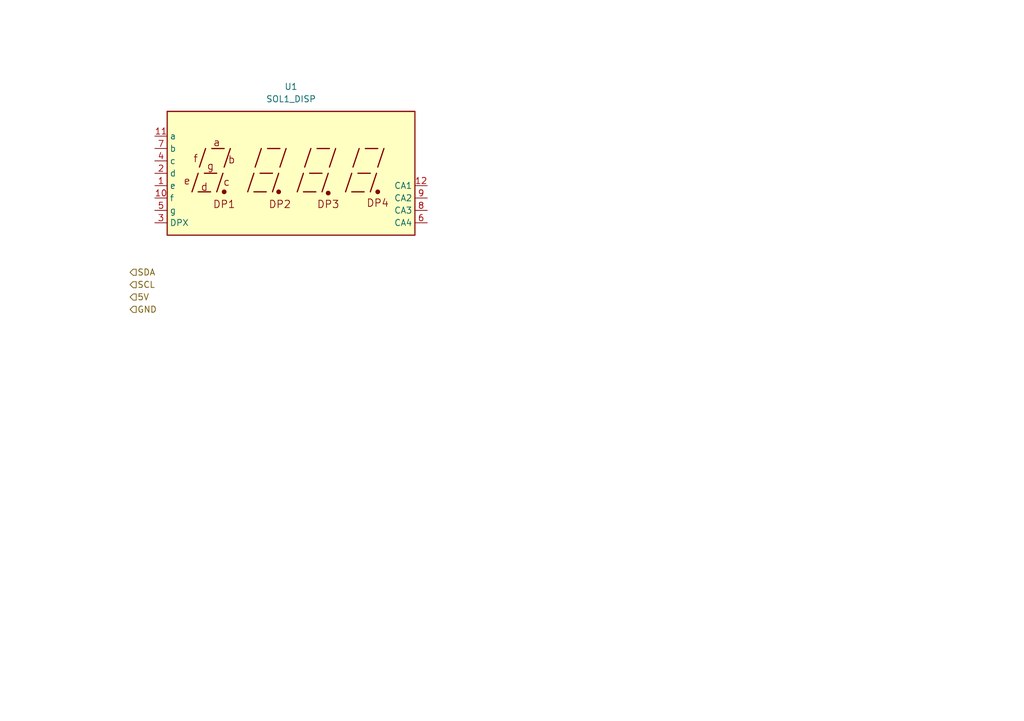
<source format=kicad_sch>
(kicad_sch (version 20231120) (generator "eeschema") (generator_version "8.0")
  (paper "A5")
  (lib_symbols
    (symbol "Display_Character:CA56-12SRWA"
      (property "Reference" "U" (at -24.13 13.97 0))
      (property "Value" "CA56-12SRWA" (at 17.78 13.97 0))
      (symbol "CA56-12SRWA_0_0"
        (rectangle (start -25.4 12.7) (end 25.4 -12.7) (stroke (width 0.254)) (fill (type background)))
        (polyline (pts (xy -20.32 -3.81) (xy -19.05 0)) (stroke (width 0.254)))
        (polyline (pts (xy -19.05 -3.81) (xy -16.51 -3.81)) (stroke (width 0.254)))
        (polyline (pts (xy -18.796 1.27) (xy -17.526 5.08)) (stroke (width 0.254)))
        (polyline (pts (xy -17.78 0) (xy -15.24 0)) (stroke (width 0.254)))
        (polyline (pts (xy -16.256 5.08) (xy -13.716 5.08)) (stroke (width 0.254)))
        (polyline (pts (xy -15.24 -3.81) (xy -13.97 0)) (stroke (width 0.254)))
        (polyline (pts (xy -13.716 1.27) (xy -12.446 5.08)) (stroke (width 0.254)))
        (polyline (pts (xy -8.89 -3.81) (xy -7.62 0)) (stroke (width 0.254)))
        (polyline (pts (xy -7.62 -3.81) (xy -5.08 -3.81)) (stroke (width 0.254)))
        (polyline (pts (xy -7.366 1.27) (xy -6.096 5.08)) (stroke (width 0.254)))
        (polyline (pts (xy -6.35 0) (xy -3.81 0)) (stroke (width 0.254)))
        (polyline (pts (xy -4.826 5.08) (xy -2.286 5.08)) (stroke (width 0.254)))
        (polyline (pts (xy -3.81 -3.81) (xy -2.54 0)) (stroke (width 0.254)))
        (polyline (pts (xy -2.286 1.27) (xy -1.016 5.08)) (stroke (width 0.254)))
        (polyline (pts (xy 1.27 -3.81) (xy 2.54 0)) (stroke (width 0.254)))
        (polyline (pts (xy 2.54 -3.81) (xy 5.08 -3.81)) (stroke (width 0.254)))
        (polyline (pts (xy 2.794 1.27) (xy 4.064 5.08)) (stroke (width 0.254)))
        (polyline (pts (xy 3.81 0) (xy 6.35 0)) (stroke (width 0.254)))
        (polyline (pts (xy 5.334 5.08) (xy 7.874 5.08)) (stroke (width 0.254)))
        (polyline (pts (xy 6.35 -3.81) (xy 7.62 0)) (stroke (width 0.254)))
        (polyline (pts (xy 7.874 1.27) (xy 9.144 5.08)) (stroke (width 0.254)))
        (polyline (pts (xy 11.176 -3.81) (xy 12.446 0)) (stroke (width 0.254)))
        (polyline (pts (xy 12.446 -3.81) (xy 14.986 -3.81)) (stroke (width 0.254)))
        (polyline (pts (xy 12.7 1.27) (xy 13.97 5.08)) (stroke (width 0.254)))
        (polyline (pts (xy 13.716 0) (xy 16.256 0)) (stroke (width 0.254)))
        (polyline (pts (xy 15.24 5.08) (xy 17.78 5.08)) (stroke (width 0.254)))
        (polyline (pts (xy 16.256 -3.81) (xy 17.526 0)) (stroke (width 0.254)))
        (polyline (pts (xy 17.78 1.27) (xy 19.05 5.08)) (stroke (width 0.254)))
        (text "a" (at -15.24 6.35 0) (effects (font (size 1.524 1.524))))
        (text "b" (at -12.192 2.794 0) (effects (font (size 1.524 1.524))))
        (text "c" (at -13.208 -1.778 0) (effects (font (size 1.524 1.524))))
        (text "d" (at -17.78 -2.794 0) (effects (font (size 1.524 1.524))))
        (text "DP1" (at -13.716 -6.35 0) (effects (font (size 1.524 1.524))))
        (text "DP2" (at -2.286 -6.35 0) (effects (font (size 1.524 1.524))))
        (text "DP3" (at 7.62 -6.35 0) (effects (font (size 1.524 1.524))))
        (text "DP4" (at 17.78 -6.096 0) (effects (font (size 1.524 1.524))))
        (text "e" (at -21.336 -1.524 0) (effects (font (size 1.524 1.524))))
        (text "f" (at -19.558 3.048 0) (effects (font (size 1.524 1.524))))
        (text "g" (at -16.51 1.524 0) (effects (font (size 1.524 1.524))))
      )
      (symbol "CA56-12SRWA_0_1"
        (circle (center -13.716 -3.81) (radius 0.3556) (stroke (width 0.254)) (fill (type outline)))
        (circle (center -2.54 -3.81) (radius 0.3556) (stroke (width 0.254)) (fill (type outline)))
      )
      (symbol "CA56-12SRWA_1_0"
        (circle (center 7.62 -4.064) (radius 0.3556) (stroke (width 0.254)) (fill (type outline)))
        (circle (center 17.78 -3.81) (radius 0.3556) (stroke (width 0.254)) (fill (type outline)))
      )
      (symbol "CA56-12SRWA_1_1"
        (pin input line (at -27.94 -2.54 0) (length 2.54) (name "e") (number "1"))
        (pin input line (at -27.94 -5.08 0) (length 2.54) (name "f") (number "10"))
        (pin input line (at -27.94 7.62 0) (length 2.54) (name "a") (number "11"))
        (pin input line (at 27.94 -2.54 180) (length 2.54) (name "CA1") (number "12"))
        (pin input line (at -27.94 0 0) (length 2.54) (name "d") (number "2"))
        (pin input line (at -27.94 -10.16 0) (length 2.54) (name "DPX") (number "3"))
        (pin input line (at -27.94 2.54 0) (length 2.54) (name "c") (number "4"))
        (pin input line (at -27.94 -7.62 0) (length 2.54) (name "g") (number "5"))
        (pin input line (at 27.94 -10.16 180) (length 2.54) (name "CA4") (number "6"))
        (pin input line (at -27.94 5.08 0) (length 2.54) (name "b") (number "7"))
        (pin input line (at 27.94 -7.62 180) (length 2.54) (name "CA3") (number "8"))
        (pin input line (at 27.94 -5.08 180) (length 2.54) (name "CA2") (number "9"))
      )
    )
  )
  (hierarchical_label "SDA" (shape input) (at 26.67 55.88 0))
  (hierarchical_label "GND" (shape input) (at 26.67 63.5 0))
  (hierarchical_label "5V" (shape input) (at 26.67 60.96 0))
  (hierarchical_label "SCL" (shape input) (at 26.67 58.42 0))
  (symbol (lib_id "Display_Character:CA56-12SRWA") (at 59.69 35.56 0) (unit 1)
    (property "Reference" "U1" (at 59.69 17.78 0))
    (property "Value" "SOL1_DISP" (at 59.69 20.32 0))
    (property "Footprint" "Display_7Segment:CA56-12SRWA" (effects (hide yes)))
    (property "Datasheet" "http://www.kingbrightusa.com/images/catalog/SPEC/CA56-12SRWA.pdf" (effects (hide yes)))
    (property "Description" "4 digit 7 segment super bright red LED, common anode" (effects (hide yes)))
  )
)
</source>
